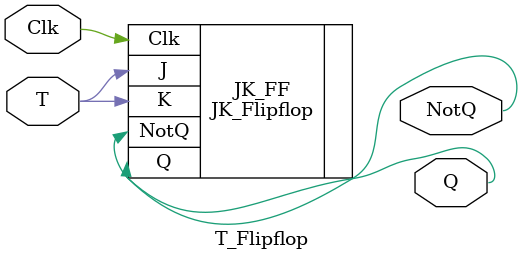
<source format=v>
module T_Flipflop (
    input T, Clk,
    output Q,
    output NotQ
);
    
    JK_Flipflop JK_FF (
        .J(T),
        .K(T),
        .Clk(Clk),
        .Q(Q),
        .NotQ(NotQ)
    );
endmodule
</source>
